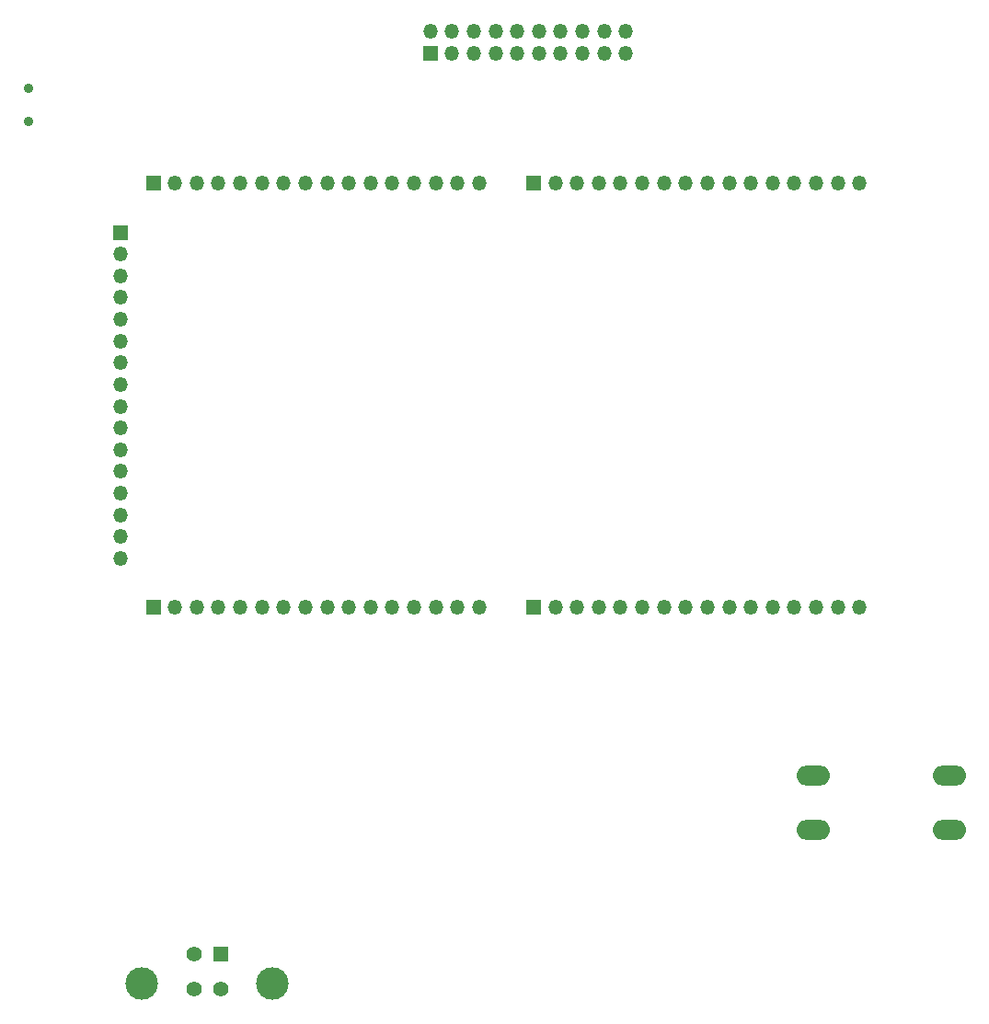
<source format=gbr>
%TF.GenerationSoftware,KiCad,Pcbnew,7.0.6*%
%TF.CreationDate,2023-08-18T22:01:20-04:00*%
%TF.ProjectId,mcu design,6d637520-6465-4736-9967-6e2e6b696361,rev?*%
%TF.SameCoordinates,Original*%
%TF.FileFunction,Soldermask,Bot*%
%TF.FilePolarity,Negative*%
%FSLAX46Y46*%
G04 Gerber Fmt 4.6, Leading zero omitted, Abs format (unit mm)*
G04 Created by KiCad (PCBNEW 7.0.6) date 2023-08-18 22:01:20*
%MOMM*%
%LPD*%
G01*
G04 APERTURE LIST*
%ADD10R,1.350000X1.350000*%
%ADD11O,1.350000X1.350000*%
%ADD12R,1.400000X1.400000*%
%ADD13C,1.400000*%
%ADD14C,3.000000*%
%ADD15O,3.048000X1.850000*%
%ADD16C,0.900000*%
G04 APERTURE END LIST*
D10*
%TO.C,J10*%
X65500000Y-27000000D03*
D11*
X65500000Y-25000000D03*
X67500000Y-27000000D03*
X67500000Y-25000000D03*
X69500000Y-27000000D03*
X69500000Y-25000000D03*
X71500000Y-27000000D03*
X71500000Y-25000000D03*
X73500000Y-27000000D03*
X73500000Y-25000000D03*
X75500000Y-27000000D03*
X75500000Y-25000000D03*
X77500000Y-27000000D03*
X77500000Y-25000000D03*
X79500000Y-27000000D03*
X79500000Y-25000000D03*
X81500000Y-27000000D03*
X81500000Y-25000000D03*
X83500000Y-27000000D03*
X83500000Y-25000000D03*
%TD*%
D10*
%TO.C,J16*%
X40000000Y-39000000D03*
D11*
X42000000Y-39000000D03*
X44000000Y-39000000D03*
X46000000Y-39000000D03*
X48000000Y-39000000D03*
X50000000Y-39000000D03*
X52000000Y-39000000D03*
X54000000Y-39000000D03*
X56000000Y-39000000D03*
X58000000Y-39000000D03*
X60000000Y-39000000D03*
X62000000Y-39000000D03*
X64000000Y-39000000D03*
X66000000Y-39000000D03*
X68000000Y-39000000D03*
X70000000Y-39000000D03*
%TD*%
D10*
%TO.C,J11*%
X37000000Y-43500000D03*
D11*
X37000000Y-45500000D03*
X37000000Y-47500000D03*
X37000000Y-49500000D03*
X37000000Y-51500000D03*
X37000000Y-53500000D03*
X37000000Y-55500000D03*
X37000000Y-57500000D03*
X37000000Y-59500000D03*
X37000000Y-61500000D03*
X37000000Y-63500000D03*
X37000000Y-65500000D03*
X37000000Y-67500000D03*
X37000000Y-69500000D03*
X37000000Y-71500000D03*
X37000000Y-73500000D03*
%TD*%
D12*
%TO.C,J12*%
X46230000Y-109890000D03*
D13*
X43730000Y-109890000D03*
X43730000Y-113090000D03*
X46230000Y-113090000D03*
D14*
X38960000Y-112600000D03*
X51000000Y-112600000D03*
%TD*%
D15*
%TO.C,SW4*%
X100760000Y-93500000D03*
X113260000Y-93500000D03*
X100760000Y-98500000D03*
X113260000Y-98500000D03*
%TD*%
D10*
%TO.C,J2*%
X75000000Y-39000000D03*
D11*
X77000000Y-39000000D03*
X79000000Y-39000000D03*
X81000000Y-39000000D03*
X83000000Y-39000000D03*
X85000000Y-39000000D03*
X87000000Y-39000000D03*
X89000000Y-39000000D03*
X91000000Y-39000000D03*
X93000000Y-39000000D03*
X95000000Y-39000000D03*
X97000000Y-39000000D03*
X99000000Y-39000000D03*
X101000000Y-39000000D03*
X103000000Y-39000000D03*
X105000000Y-39000000D03*
%TD*%
D10*
%TO.C,J13*%
X75000000Y-78000000D03*
D11*
X77000000Y-78000000D03*
X79000000Y-78000000D03*
X81000000Y-78000000D03*
X83000000Y-78000000D03*
X85000000Y-78000000D03*
X87000000Y-78000000D03*
X89000000Y-78000000D03*
X91000000Y-78000000D03*
X93000000Y-78000000D03*
X95000000Y-78000000D03*
X97000000Y-78000000D03*
X99000000Y-78000000D03*
X101000000Y-78000000D03*
X103000000Y-78000000D03*
X105000000Y-78000000D03*
%TD*%
D10*
%TO.C,J15*%
X40000000Y-78000000D03*
D11*
X42000000Y-78000000D03*
X44000000Y-78000000D03*
X46000000Y-78000000D03*
X48000000Y-78000000D03*
X50000000Y-78000000D03*
X52000000Y-78000000D03*
X54000000Y-78000000D03*
X56000000Y-78000000D03*
X58000000Y-78000000D03*
X60000000Y-78000000D03*
X62000000Y-78000000D03*
X64000000Y-78000000D03*
X66000000Y-78000000D03*
X68000000Y-78000000D03*
X70000000Y-78000000D03*
%TD*%
D16*
%TO.C,SW2*%
X28515000Y-30280000D03*
X28515000Y-33280000D03*
%TD*%
M02*

</source>
